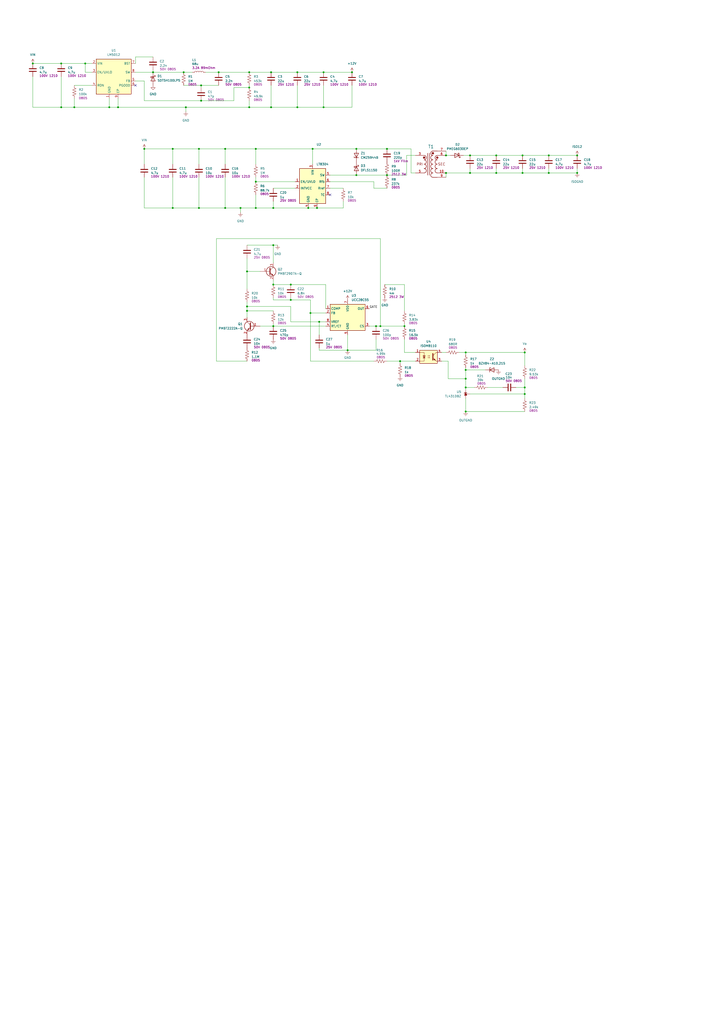
<source format=kicad_sch>
(kicad_sch (version 20231120) (generator "eeschema") (generator_version "8.0")
  (paper "A2" portrait)
  (lib_symbols
    (symbol "Device:C" (pin_numbers hide) (pin_names (offset 0.254))
      (property "Reference" "C" (at 0.635 2.54 0))
      (property "Value" "C" (at 0.635 -2.54 0))
      (symbol "C_1_1"
        (pin passive line (at 0 3.81 270) (length 2.794) (name "~") (number "1"))
        (pin passive line (at 0 -3.81 90) (length 2.794) (name "~") (number "2"))
      )
    )
    (symbol "Device:L" (pin_numbers hide) (pin_names (offset 1.016) hide)
      (property "Reference" "L" (at -1.27 0 90))
      (property "Value" "L" (at 1.905 0 90))
      (symbol "L_1_1"
        (pin passive line (at 0 3.81 270) (length 1.27) (name "1") (number "1"))
        (pin passive line (at 0 -3.81 90) (length 1.27) (name "2") (number "2"))
      )
    )
    (symbol "Device:R_US" (pin_numbers hide) (pin_names (offset 0))
      (property "Reference" "R" (at 2.54 0 90))
      (property "Value" "R_US" (at -2.54 0 90))
      (symbol "R_US_1_1"
        (pin passive line (at 0 3.81 270) (length 1.27) (name "~") (number "1"))
        (pin passive line (at 0 -3.81 90) (length 1.27) (name "~") (number "2"))
      )
    )
    (symbol "Diode:PMEG6030EP" (pin_numbers hide) (pin_names hide)
      (property "Reference" "D" (at 0 2.54 0))
      (property "Value" "PMEG6030EP" (at 0 -2.54 0))
      (symbol "PMEG6030EP_1_1"
        (pin passive line (at -3.81 0 0) (length 2.54) (name "K") (number "1"))
        (pin passive line (at 3.81 0 180) (length 2.54) (name "A") (number "2"))
      )
    )
    (symbol "Reference_Voltage:TL431DBZ" (pin_numbers hide) (pin_names hide)
      (property "Reference" "U" (at -2.54 2.54 0))
      (property "Value" "TL431DBZ" (at 0 -2.54 0))
      (symbol "TL431DBZ_1_1"
        (pin passive line (at 2.54 0 180) (length 2.54) (name "K") (number "1"))
        (pin passive line (at 0 2.54 270) (length 2.54) (name "REF") (number "2"))
        (pin passive line (at -2.54 0 0) (length 2.54) (name "A") (number "3"))
      )
    )
    (symbol "power:+12V" (power) (pin_numbers hide) (pin_names (offset 0) hide)
      (property "Value" "+12V" (at 0 3.556 0))
      (symbol "+12V_1_1"
        (pin power_in line (at 0 0 90) (length 0) (name "~") (number "1"))
      )
    )
    (symbol "power:GND" (power) (pin_numbers hide) (pin_names (offset 0) hide)
      (property "Value" "GND" (at 0 -3.81 0))
      (symbol "GND_1_1"
        (pin power_in line (at 0 0 270) (length 0) (name "~") (number "1"))
      )
    )
    (symbol "power:GNDREF" (power) (pin_numbers hide) (pin_names (offset 0) hide)
      (property "Value" "GNDREF" (at 0 -3.81 0))
      (symbol "GNDREF_1_1"
        (pin power_in line (at 0 0 270) (length 0) (name "~") (number "1"))
      )
    )
    (symbol "power:VDC" (power) (pin_numbers hide) (pin_names (offset 0) hide)
      (property "Value" "VDC" (at 0 3.556 0))
      (symbol "VDC_1_1"
        (pin power_in line (at 0 0 90) (length 0) (name "~") (number "1"))
      )
    )
    (symbol "powerlabLibrary:750315126"
      (property "Reference" "T" (at 1.135 -16.002 0))
      (symbol "750315126_1_0"
        (text "PRI" (at 2.54 -5.08 0) (effects (font (size 1.4478 1.4478))))
        (text "SEC" (at 15.24 -5.08 0) (effects (font (size 1.4478 1.4478))))
        (pin passive line (at 17.78 -10.16 180) (length 5.08) (name "10") (number "10"))
        (pin passive line (at 0 0 0) (length 5.08) (name "3") (number "3"))
        (pin passive line (at 0 -10.16 0) (length 5.08) (name "5") (number "5"))
        (pin passive line (at 17.78 0 180) (length 5.08) (name "6") (number "6"))
        (pin passive line (at 17.78 2.54 180) (length 5.08) (name "7") (number "7"))
        (pin passive line (at 17.78 -12.7 180) (length 5.08) (name "9") (number "9"))
      )
    )
    (symbol "powerlabLibrary:BZX84-A10,215" (pin_numbers hide) (pin_names hide)
      (property "Reference" "Z" (at 0 3.81 0))
      (property "Value" "BZX84-A10,215" (at 0 -3.81 0))
      (symbol "BZX84-A10,215_1_1"
        (pin passive line (at 3.81 0 180) (length 2.54) (name "A") (number "1"))
        (pin no_connect line (at 1.27 0 180) (length 2.54) hide (name "NC") (number "2"))
        (pin passive line (at -3.81 0 0) (length 2.54) (name "K") (number "3"))
      )
    )
    (symbol "powerlabLibrary:CMZ5944B" (pin_numbers hide) (pin_names (offset 1.016) hide)
      (property "Reference" "Z" (at 0 2.54 0))
      (property "Value" "CMZ5944B" (at 0 -2.54 0))
      (symbol "CMZ5944B_1_1"
        (pin passive line (at -3.81 0 0) (length 2.54) (name "K") (number "1"))
        (pin passive line (at 3.81 0 180) (length 2.54) (name "A") (number "2"))
      )
    )
    (symbol "powerlabLibrary:DFLS1150" (pin_numbers hide) (pin_names (offset 1.016) hide)
      (property "Reference" "D" (at 0 2.54 0))
      (property "Value" "DFLS1150" (at 0 -2.54 0))
      (symbol "DFLS1150_1_1"
        (pin passive line (at -3.81 0 0) (length 2.54) (name "K") (number "1"))
        (pin passive line (at 3.81 0 180) (length 2.54) (name "A") (number "2"))
      )
    )
    (symbol "powerlabLibrary:ISOM8110"
      (property "Reference" "U" (at -5.08 5.08 0))
      (property "Value" "ISOM8110" (at 0 5.08 0))
      (symbol "ISOM8110_1_1"
        (pin passive line (at -7.62 2.54 0) (length 2.54) (name "~") (number "1"))
        (pin passive line (at -7.62 -2.54 0) (length 2.54) (name "~") (number "2"))
        (pin passive line (at 7.62 -2.54 180) (length 2.54) (name "~") (number "3"))
        (pin passive line (at 7.62 2.54 180) (length 2.54) (name "~") (number "4"))
      )
    )
    (symbol "powerlabLibrary:LM5012"
      (property "Reference" "U" (at -8.89 11.43 0))
      (property "Value" "LM5012" (at 5.08 11.43 0))
      (symbol "LM5012_1_1"
        (pin power_in line (at -2.54 -12.7 90) (length 2.54) (name "GND") (number "1"))
        (pin power_in line (at -12.7 7.62 0) (length 2.54) (name "VIN") (number "2"))
        (pin input line (at -12.7 2.54 0) (length 2.54) (name "EN/UVLO") (number "3"))
        (pin passive line (at -12.7 -5.08 0) (length 2.54) (name "RON") (number "4"))
        (pin input line (at 12.7 -2.54 180) (length 2.54) (name "FB") (number "5"))
        (pin open_collector line (at 12.7 -5.08 180) (length 2.54) (name "PGOOD") (number "6"))
        (pin passive line (at 12.7 7.62 180) (length 2.54) (name "BST") (number "7"))
        (pin power_out line (at 12.7 2.54 180) (length 2.54) (name "SW") (number "8"))
        (pin passive line (at 2.54 -12.7 90) (length 2.54) (name "EP") (number "9"))
      )
    )
    (symbol "powerlabLibrary:LT8304"
      (property "Reference" "U" (at -7.62 11.43 0))
      (property "Value" "LT8304" (at 7.62 11.43 0))
      (symbol "LT8304_1_1"
        (pin input line (at -10.16 2.54 0) (length 2.54) (name "EN/UVLO") (number "1"))
        (pin passive line (at -10.16 -1.27 0) (length 2.54) (name "INTVCC") (number "2"))
        (pin power_in line (at 0 12.7 270) (length 2.54) (name "VIN") (number "3"))
        (pin power_in line (at -2.54 -12.7 90) (length 2.54) (name "GND") (number "4"))
        (pin passive line (at 10.16 6.35 180) (length 2.54) (name "SW") (number "5"))
        (pin input line (at 10.16 2.54 180) (length 2.54) (name "Rfb") (number "6"))
        (pin input line (at 10.16 -1.27 180) (length 2.54) (name "Rref") (number "7"))
        (pin passive line (at 10.16 -5.08 180) (length 2.54) (name "TC") (number "8"))
        (pin power_in line (at 2.54 -12.7 90) (length 2.54) (name "EP") (number "9"))
      )
    )
    (symbol "powerlabLibrary:PMBT2222A-Q" (pin_names (offset 0) hide)
      (property "Reference" "Q" (at 5.08 1.27 0))
      (property "Value" "PMBT2222A-Q" (at 5.08 -1.27 0))
      (symbol "PMBT2222A-Q_1_1"
        (pin input line (at -5.08 0 0) (length 5.715) (name "B") (number "1"))
        (pin passive line (at 2.54 -5.08 90) (length 2.54) (name "E") (number "2"))
        (pin passive line (at 2.54 5.08 270) (length 2.54) (name "C") (number "3"))
      )
    )
    (symbol "powerlabLibrary:PMBT2907A-Q" (pin_names (offset 0) hide)
      (property "Reference" "Q" (at 5.08 1.27 0))
      (property "Value" "PMBT2907A-Q" (at 5.08 -1.27 0))
      (symbol "PMBT2907A-Q_1_1"
        (pin input line (at -5.08 0 0) (length 5.715) (name "B") (number "1"))
        (pin passive line (at 2.54 -5.08 90) (length 2.54) (name "E") (number "2"))
        (pin passive line (at 2.54 5.08 270) (length 2.54) (name "C") (number "3"))
      )
    )
    (symbol "powerlabLibrary:SDT5H100LP5" (pin_numbers hide) (pin_names (offset 1.016) hide)
      (property "Reference" "D" (at 0 2.54 0))
      (property "Value" "SDT5H100LP5" (at 0 -2.54 0))
      (symbol "SDT5H100LP5_1_1"
        (pin passive line (at -3.81 0 0) (length 2.54) (name "K") (number "1"))
        (pin passive line (at 3.81 0 180) (length 2.54) (name "A") (number "2"))
      )
    )
    (symbol "powerlabLibrary:UCC28C55"
      (property "Reference" "U" (at 3.81 11.43 0))
      (property "Value" "UCC28C55" (at 3.81 8.89 0))
      (symbol "UCC28C55_1_1"
        (pin passive line (at -12.7 5.08 0) (length 2.54) (name "COMP") (number "1"))
        (pin input line (at -12.7 2.54 0) (length 2.54) (name "FB") (number "2"))
        (pin input line (at 12.7 -5.08 180) (length 2.54) (name "CS") (number "3"))
        (pin passive line (at -12.7 -5.08 0) (length 2.54) (name "RT/CT") (number "4"))
        (pin power_in line (at 0 -10.16 90) (length 2.54) (name "GND") (number "5"))
        (pin output line (at 12.7 5.08 180) (length 2.54) (name "OUT") (number "6"))
        (pin power_in line (at 0 10.16 270) (length 2.54) (name "VDD") (number "7"))
        (pin power_in line (at -12.7 -2.54 0) (length 2.54) (name "VREF") (number "8"))
      )
    )
  )
  (junction (at 304.8 204.47))
  (junction (at 318.77 90.17))
  (junction (at 172.72 62.23))
  (junction (at 304.8 228.6))
  (junction (at 127 41.91))
  (junction (at 158.75 189.23))
  (junction (at 335.28 90.17))
  (junction (at 288.29 100.33))
  (junction (at 273.05 90.17))
  (junction (at 158.75 120.65))
  (junction (at 107.95 62.23))
  (junction (at 270.51 219.71))
  (junction (at 335.28 100.33))
  (junction (at 148.59 120.65))
  (junction (at 288.29 90.17))
  (junction (at 218.44 189.23))
  (junction (at 204.47 41.91))
  (junction (at 172.72 41.91))
  (junction (at 304.8 224.79))
  (junction (at 116.84 58.42))
  (junction (at 68.58 62.23))
  (junction (at 180.34 181.61))
  (junction (at 83.82 86.36))
  (junction (at 181.61 86.36))
  (junction (at 187.96 62.23))
  (junction (at 116.84 49.53))
  (junction (at 303.53 90.17))
  (junction (at 157.48 41.91))
  (junction (at 143.51 157.48))
  (junction (at 106.68 41.91))
  (junction (at 100.33 120.65))
  (junction (at 270.51 214.63))
  (junction (at 259.08 100.33))
  (junction (at 224.79 86.36))
  (junction (at 259.08 90.17))
  (junction (at 318.77 100.33))
  (junction (at 19.05 36.83))
  (junction (at 148.59 86.36))
  (junction (at 144.78 62.23))
  (junction (at 270.51 238.76))
  (junction (at 187.96 41.91))
  (junction (at 139.7 120.65))
  (junction (at 115.57 86.36))
  (junction (at 273.05 100.33))
  (junction (at 157.48 62.23))
  (junction (at 148.59 105.41))
  (junction (at 130.81 120.65))
  (junction (at 201.93 203.2))
  (junction (at 168.91 173.99))
  (junction (at 303.53 100.33))
  (junction (at 100.33 86.36))
  (junction (at 130.81 86.36))
  (junction (at 63.5 62.23))
  (junction (at 224.79 101.6))
  (junction (at 207.01 86.36))
  (junction (at 179.07 120.65))
  (junction (at 234.95 189.23))
  (junction (at 184.15 120.65))
  (junction (at 270.51 224.79))
  (junction (at 88.9 41.91))
  (junction (at 49.53 36.83))
  (junction (at 185.42 186.69))
  (junction (at 270.51 204.47))
  (junction (at 143.51 177.8))
  (junction (at 158.75 142.24))
  (junction (at 43.18 62.23))
  (junction (at 168.91 165.1))
  (junction (at 35.56 62.23))
  (junction (at 220.98 189.23))
  (junction (at 143.51 180.34))
  (junction (at 115.57 120.65))
  (junction (at 144.78 41.91))
  (junction (at 144.78 50.8))
  (junction (at 158.75 165.1))
  (junction (at 232.41 209.55))
  (junction (at 207.01 101.6))
  (junction (at 35.56 36.83))
  (no_connect (at 191.77 113.03))
  (no_connect (at 78.74 49.53))
  (wire (pts (xy 270.51 213.36) (xy 270.51 214.63)))
  (wire (pts (xy 270.51 204.47) (xy 266.7 204.47)))
  (wire (pts (xy 130.81 86.36) (xy 130.81 95.25)))
  (wire (pts (xy 88.9 40.64) (xy 88.9 41.91)))
  (wire (pts (xy 260.35 219.71) (xy 270.51 219.71)))
  (wire (pts (xy 270.51 238.76) (xy 270.51 231.14)))
  (wire (pts (xy 288.29 100.33) (xy 303.53 100.33)))
  (wire (pts (xy 270.51 204.47) (xy 304.8 204.47)))
  (wire (pts (xy 143.51 157.48) (xy 151.13 157.48)))
  (wire (pts (xy 185.42 186.69) (xy 168.91 186.69)))
  (wire (pts (xy 234.95 165.1) (xy 223.52 165.1)))
  (wire (pts (xy 83.82 46.99) (xy 83.82 58.42)))
  (wire (pts (xy 273.05 100.33) (xy 288.29 100.33)))
  (wire (pts (xy 119.38 41.91) (xy 127 41.91)))
  (wire (pts (xy 49.53 36.83) (xy 53.34 36.83)))
  (wire (pts (xy 158.75 173.99) (xy 158.75 172.72)))
  (wire (pts (xy 180.34 209.55) (xy 180.34 181.61)))
  (wire (pts (xy 19.05 62.23) (xy 35.56 62.23)))
  (wire (pts (xy 49.53 41.91) (xy 53.34 41.91)))
  (wire (pts (xy 143.51 177.8) (xy 143.51 180.34)))
  (wire (pts (xy 220.98 138.43) (xy 220.98 189.23)))
  (wire (pts (xy 144.78 58.42) (xy 144.78 62.23)))
  (wire (pts (xy 224.79 209.55) (xy 232.41 209.55)))
  (wire (pts (xy 303.53 100.33) (xy 318.77 100.33)))
  (wire (pts (xy 172.72 62.23) (xy 187.96 62.23)))
  (wire (pts (xy 181.61 86.36) (xy 207.01 86.36)))
  (wire (pts (xy 168.91 186.69) (xy 168.91 177.8)))
  (wire (pts (xy 158.75 142.24) (xy 143.51 142.24)))
  (wire (pts (xy 35.56 36.83) (xy 49.53 36.83)))
  (wire (pts (xy 273.05 97.79) (xy 273.05 100.33)))
  (wire (pts (xy 83.82 86.36) (xy 100.33 86.36)))
  (wire (pts (xy 144.78 50.8) (xy 135.89 50.8)))
  (wire (pts (xy 199.39 116.84) (xy 199.39 120.65)))
  (wire (pts (xy 189.23 165.1) (xy 168.91 165.1)))
  (wire (pts (xy 158.75 116.84) (xy 158.75 120.65)))
  (wire (pts (xy 189.23 179.07) (xy 189.23 165.1)))
  (wire (pts (xy 43.18 49.53) (xy 53.34 49.53)))
  (wire (pts (xy 107.95 62.23) (xy 144.78 62.23)))
  (wire (pts (xy 187.96 62.23) (xy 204.47 62.23)))
  (wire (pts (xy 35.56 62.23) (xy 43.18 62.23)))
  (wire (pts (xy 270.51 205.74) (xy 270.51 204.47)))
  (wire (pts (xy 43.18 57.15) (xy 43.18 62.23)))
  (wire (pts (xy 130.81 120.65) (xy 139.7 120.65)))
  (wire (pts (xy 232.41 209.55) (xy 232.41 210.82)))
  (wire (pts (xy 78.74 46.99) (xy 83.82 46.99)))
  (wire (pts (xy 139.7 120.65) (xy 148.59 120.65)))
  (wire (pts (xy 143.51 157.48) (xy 143.51 167.64)))
  (wire (pts (xy 187.96 49.53) (xy 187.96 62.23)))
  (wire (pts (xy 148.59 113.03) (xy 148.59 120.65)))
  (wire (pts (xy 135.89 58.42) (xy 116.84 58.42)))
  (wire (pts (xy 83.82 86.36) (xy 83.82 95.25)))
  (wire (pts (xy 158.75 162.56) (xy 158.75 165.1)))
  (wire (pts (xy 148.59 86.36) (xy 181.61 86.36)))
  (wire (pts (xy 143.51 175.26) (xy 143.51 177.8)))
  (wire (pts (xy 158.75 189.23) (xy 189.23 189.23)))
  (wire (pts (xy 125.73 209.55) (xy 125.73 138.43)))
  (wire (pts (xy 288.29 90.17) (xy 303.53 90.17)))
  (wire (pts (xy 187.96 41.91) (xy 204.47 41.91)))
  (wire (pts (xy 172.72 49.53) (xy 172.72 62.23)))
  (wire (pts (xy 189.23 186.69) (xy 185.42 186.69)))
  (wire (pts (xy 224.79 109.22) (xy 217.17 109.22)))
  (wire (pts (xy 259.08 100.33) (xy 273.05 100.33)))
  (wire (pts (xy 260.35 209.55) (xy 260.35 219.71)))
  (wire (pts (xy 234.95 196.85) (xy 234.95 204.47)))
  (wire (pts (xy 107.95 62.23) (xy 107.95 64.77)))
  (wire (pts (xy 125.73 138.43) (xy 220.98 138.43)))
  (wire (pts (xy 191.77 101.6) (xy 207.01 101.6)))
  (wire (pts (xy 185.42 203.2) (xy 201.93 203.2)))
  (wire (pts (xy 100.33 120.65) (xy 115.57 120.65)))
  (wire (pts (xy 256.54 204.47) (xy 259.08 204.47)))
  (wire (pts (xy 157.48 41.91) (xy 172.72 41.91)))
  (wire (pts (xy 220.98 189.23) (xy 234.95 189.23)))
  (wire (pts (xy 283.21 224.79) (xy 292.1 224.79)))
  (wire (pts (xy 273.05 228.6) (xy 304.8 228.6)))
  (wire (pts (xy 168.91 173.99) (xy 158.75 173.99)))
  (wire (pts (xy 100.33 120.65) (xy 83.82 120.65)))
  (wire (pts (xy 135.89 50.8) (xy 135.89 58.42)))
  (wire (pts (xy 299.72 224.79) (xy 304.8 224.79)))
  (wire (pts (xy 115.57 86.36) (xy 130.81 86.36)))
  (wire (pts (xy 224.79 86.36) (xy 238.76 86.36)))
  (wire (pts (xy 139.7 123.19) (xy 139.7 120.65)))
  (wire (pts (xy 303.53 90.17) (xy 318.77 90.17)))
  (wire (pts (xy 270.51 224.79) (xy 275.59 224.79)))
  (wire (pts (xy 201.93 194.31) (xy 201.93 203.2)))
  (wire (pts (xy 218.44 189.23) (xy 220.98 189.23)))
  (wire (pts (xy 157.48 62.23) (xy 172.72 62.23)))
  (wire (pts (xy 63.5 57.15) (xy 63.5 62.23)))
  (wire (pts (xy 158.75 187.96) (xy 158.75 189.23)))
  (wire (pts (xy 189.23 181.61) (xy 180.34 181.61)))
  (wire (pts (xy 207.01 101.6) (xy 224.79 101.6)))
  (wire (pts (xy 130.81 102.87) (xy 130.81 120.65)))
  (wire (pts (xy 269.24 90.17) (xy 273.05 90.17)))
  (wire (pts (xy 234.95 204.47) (xy 241.3 204.47)))
  (wire (pts (xy 180.34 181.61) (xy 180.34 173.99)))
  (wire (pts (xy 35.56 44.45) (xy 35.56 62.23)))
  (wire (pts (xy 158.75 142.24) (xy 161.29 142.24)))
  (wire (pts (xy 259.08 90.17) (xy 261.62 90.17)))
  (wire (pts (xy 19.05 36.83) (xy 35.56 36.83)))
  (wire (pts (xy 270.51 214.63) (xy 270.51 219.71)))
  (wire (pts (xy 303.53 97.79) (xy 303.53 100.33)))
  (wire (pts (xy 106.68 41.91) (xy 111.76 41.91)))
  (wire (pts (xy 148.59 120.65) (xy 158.75 120.65)))
  (wire (pts (xy 151.13 189.23) (xy 158.75 189.23)))
  (wire (pts (xy 168.91 177.8) (xy 143.51 177.8)))
  (wire (pts (xy 318.77 100.33) (xy 335.28 100.33)))
  (wire (pts (xy 78.74 33.02) (xy 88.9 33.02)))
  (wire (pts (xy 88.9 41.91) (xy 106.68 41.91)))
  (wire (pts (xy 78.74 36.83) (xy 78.74 33.02)))
  (wire (pts (xy 304.8 228.6) (xy 304.8 231.14)))
  (wire (pts (xy 270.51 224.79) (xy 270.51 226.06)))
  (wire (pts (xy 168.91 173.99) (xy 168.91 172.72)))
  (wire (pts (xy 115.57 86.36) (xy 115.57 95.25)))
  (wire (pts (xy 335.28 97.79) (xy 335.28 100.33)))
  (wire (pts (xy 181.61 86.36) (xy 181.61 95.25)))
  (wire (pts (xy 241.3 100.33) (xy 238.76 100.33)))
  (wire (pts (xy 144.78 49.53) (xy 144.78 50.8)))
  (wire (pts (xy 241.3 90.17) (xy 236.22 90.17)))
  (wire (pts (xy 143.51 180.34) (xy 143.51 184.15)))
  (wire (pts (xy 107.95 62.23) (xy 68.58 62.23)))
  (wire (pts (xy 78.74 41.91) (xy 88.9 41.91)))
  (wire (pts (xy 158.75 120.65) (xy 179.07 120.65)))
  (wire (pts (xy 148.59 105.41) (xy 171.45 105.41)))
  (wire (pts (xy 148.59 86.36) (xy 148.59 95.25)))
  (wire (pts (xy 273.05 90.17) (xy 288.29 90.17)))
  (wire (pts (xy 256.54 209.55) (xy 260.35 209.55)))
  (wire (pts (xy 304.8 224.79) (xy 304.8 228.6)))
  (wire (pts (xy 217.17 109.22) (xy 217.17 105.41)))
  (wire (pts (xy 116.84 49.53) (xy 116.84 50.8)))
  (wire (pts (xy 127 41.91) (xy 144.78 41.91)))
  (wire (pts (xy 158.75 180.34) (xy 143.51 180.34)))
  (wire (pts (xy 270.51 238.76) (xy 304.8 238.76)))
  (wire (pts (xy 157.48 49.53) (xy 157.48 62.23)))
  (wire (pts (xy 143.51 149.86) (xy 143.51 157.48)))
  (wire (pts (xy 207.01 86.36) (xy 224.79 86.36)))
  (wire (pts (xy 143.51 209.55) (xy 125.73 209.55)))
  (wire (pts (xy 214.63 189.23) (xy 218.44 189.23)))
  (wire (pts (xy 83.82 102.87) (xy 83.82 120.65)))
  (wire (pts (xy 318.77 90.17) (xy 335.28 90.17)))
  (wire (pts (xy 180.34 173.99) (xy 168.91 173.99)))
  (wire (pts (xy 191.77 105.41) (xy 217.17 105.41)))
  (wire (pts (xy 259.08 87.63) (xy 259.08 90.17)))
  (wire (pts (xy 270.51 214.63) (xy 281.94 214.63)))
  (wire (pts (xy 116.84 49.53) (xy 127 49.53)))
  (wire (pts (xy 288.29 97.79) (xy 288.29 100.33)))
  (wire (pts (xy 168.91 165.1) (xy 158.75 165.1)))
  (wire (pts (xy 130.81 86.36) (xy 148.59 86.36)))
  (wire (pts (xy 224.79 101.6) (xy 236.22 101.6)))
  (wire (pts (xy 172.72 41.91) (xy 187.96 41.91)))
  (wire (pts (xy 318.77 97.79) (xy 318.77 100.33)))
  (wire (pts (xy 115.57 120.65) (xy 130.81 120.65)))
  (wire (pts (xy 100.33 86.36) (xy 115.57 86.36)))
  (wire (pts (xy 304.8 219.71) (xy 304.8 224.79)))
  (wire (pts (xy 234.95 187.96) (xy 234.95 189.23)))
  (wire (pts (xy 304.8 204.47) (xy 304.8 212.09)))
  (wire (pts (xy 49.53 41.91) (xy 49.53 36.83)))
  (wire (pts (xy 144.78 62.23) (xy 157.48 62.23)))
  (wire (pts (xy 116.84 49.53) (xy 106.68 49.53)))
  (wire (pts (xy 259.08 100.33) (xy 259.08 102.87)))
  (wire (pts (xy 236.22 90.17) (xy 236.22 101.6)))
  (wire (pts (xy 204.47 49.53) (xy 204.47 62.23)))
  (wire (pts (xy 63.5 62.23) (xy 68.58 62.23)))
  (wire (pts (xy 199.39 120.65) (xy 184.15 120.65)))
  (wire (pts (xy 218.44 196.85) (xy 218.44 203.2)))
  (wire (pts (xy 19.05 44.45) (xy 19.05 62.23)))
  (wire (pts (xy 238.76 100.33) (xy 238.76 86.36)))
  (wire (pts (xy 43.18 62.23) (xy 63.5 62.23)))
  (wire (pts (xy 234.95 180.34) (xy 234.95 165.1)))
  (wire (pts (xy 191.77 109.22) (xy 199.39 109.22)))
  (wire (pts (xy 217.17 209.55) (xy 180.34 209.55)))
  (wire (pts (xy 100.33 86.36) (xy 100.33 95.25)))
  (wire (pts (xy 144.78 41.91) (xy 157.48 41.91)))
  (wire (pts (xy 171.45 109.22) (xy 158.75 109.22)))
  (wire (pts (xy 185.42 186.69) (xy 185.42 194.31)))
  (wire (pts (xy 158.75 152.4) (xy 158.75 142.24)))
  (wire (pts (xy 218.44 203.2) (xy 201.93 203.2)))
  (wire (pts (xy 68.58 62.23) (xy 68.58 57.15)))
  (wire (pts (xy 184.15 120.65) (xy 179.07 120.65)))
  (wire (pts (xy 100.33 102.87) (xy 100.33 120.65)))
  (wire (pts (xy 232.41 209.55) (xy 241.3 209.55)))
  (wire (pts (xy 83.82 58.42) (xy 116.84 58.42)))
  (wire (pts (xy 185.42 201.93) (xy 185.42 203.2)))
  (wire (pts (xy 148.59 102.87) (xy 148.59 105.41)))
  (wire (pts (xy 270.51 219.71) (xy 270.51 224.79)))
  (wire (pts (xy 115.57 102.87) (xy 115.57 120.65)))
  (label "GATE" (at 214.63 179.07 0))
  (symbol (lib_id "powerlabLibrary:SDT5H100LP5") (at 88.9 45.72 270) (unit 1)
    (property "Reference" "D1" (at 91.44 44.1324 90) (effects (justify left)))
    (property "Value" "SDT5H100LP5" (at 91.44 46.6724 90) (effects (justify left)))
    (property "Footprint" "Diode_SMD:D_PowerDI-5" (effects (hide yes)))
    (property "Datasheet" "https://www.diodes.com/assets/Datasheets/SDT5H100LP5.pdf" (effects (hide yes)))
    (property "Description" "100V 5A TRENCH SCHOTTKY BARRIER RECTIFIER POWERDI-5" (effects (hide yes)))
  )
  (symbol (lib_id "Device:C") (at 187.96 45.72 0) (unit 1)
    (property "Reference" "C4" (at 191.77 44.4499 0) (effects (justify left)))
    (property "Value" "4.7u" (at 191.77 46.9899 0) (effects (justify left)))
    (property "Footprint" "Capacitor_SMD:C_1210_3225Metric_Pad1.33x2.70mm_HandSolder" (effects (hide yes)))
    (property "Datasheet" "https://weblib.samsungsem.com/mlcc/mlcc-ec-data-sheet.do?partNumber=CL32Y226KAVVPN" (effects (hide yes)))
    (property "Description" "100V 1210" (at 197.104 49.022 0))
  )
  (symbol (lib_id "Device:C") (at 204.47 45.72 0) (unit 1)
    (property "Reference" "C7" (at 208.28 44.4499 0) (effects (justify left)))
    (property "Value" "4.7u" (at 208.28 46.9899 0) (effects (justify left)))
    (property "Footprint" "Capacitor_SMD:C_1210_3225Metric_Pad1.33x2.70mm_HandSolder" (effects (hide yes)))
    (property "Datasheet" "https://weblib.samsungsem.com/mlcc/mlcc-ec-data-sheet.do?partNumber=CL32Y226KAVVPN" (effects (hide yes)))
    (property "Description" "100V 1210" (at 213.614 49.022 0))
  )
  (symbol (lib_id "Device:R_US") (at 223.52 168.91 0) (unit 1)
    (property "Reference" "R10" (at 226.06 167.6399 0) (effects (justify left)))
    (property "Value" "4m" (at 226.06 170.1799 0) (effects (justify left)))
    (property "Footprint" "Resistor_SMD:R_2512_6332Metric_Pad1.40x3.35mm_HandSolder" (effects (hide yes)))
    (property "Description" "2512 3W" (at 230.378 172.212 0))
  )
  (symbol (lib_id "Device:R_US") (at 143.51 205.74 0) (unit 1)
    (property "Reference" "R12" (at 146.05 204.4699 0) (effects (justify left)))
    (property "Value" "1.1M" (at 146.05 207.0099 0) (effects (justify left)))
    (property "Footprint" "Resistor_SMD:R_0805_2012Metric_Pad1.20x1.40mm_HandSolder" (effects (hide yes)))
    (property "Description" "0805" (at 148.59 209.042 0))
  )
  (symbol (lib_id "power:GNDREF") (at 201.93 203.2 0) (unit 1)
    (property "Reference" "#PWR011" (effects (hide yes)))
    (property "Value" "GND" (at 201.93 207.518 0))
    (property "Description" "Power symbol creates a global label with name \"GNDREF\" , reference supply ground" (effects (hide yes)))
  )
  (symbol (lib_id "Device:R_US") (at 224.79 105.41 0) (unit 1)
    (property "Reference" "R8" (at 227.33 104.1399 0) (effects (justify left)))
    (property "Value" "237k" (at 227.33 106.6799 0) (effects (justify left)))
    (property "Footprint" "Resistor_SMD:R_0805_2012Metric_Pad1.20x1.40mm_HandSolder" (effects (hide yes)))
    (property "Description" "0805" (at 229.87 108.712 0))
  )
  (symbol (lib_id "Device:C") (at 127 45.72 0) (unit 1)
    (property "Reference" "C5" (at 130.81 44.4499 0) (effects (justify left)))
    (property "Value" "2.2n" (at 130.81 46.9899 0) (effects (justify left)))
    (property "Footprint" "Capacitor_SMD:C_0805_2012Metric_Pad1.18x1.45mm_HandSolder" (effects (hide yes)))
    (property "Description" "50V 0805" (at 135.636 49.022 0))
  )
  (symbol (lib_id "Device:C") (at 295.91 224.79 90) (unit 1)
    (property "Reference" "C23" (at 297.434 216.916 90) (effects (justify left)))
    (property "Value" "10n" (at 297.434 218.9479 90) (effects (justify left)))
    (property "Footprint" "Capacitor_SMD:C_0805_2012Metric_Pad1.18x1.45mm_HandSolder" (effects (hide yes)))
    (property "Description" "50V 0805" (at 298.45 220.98 90))
  )
  (symbol (lib_id "power:GNDREF") (at 161.29 142.24 0) (unit 1)
    (property "Reference" "#PWR012" (effects (hide yes)))
    (property "Value" "GND" (at 161.29 147.32 0))
    (property "Description" "Power symbol creates a global label with name \"GNDREF\" , reference supply ground" (effects (hide yes)))
  )
  (symbol (lib_id "powerlabLibrary:BZX84-A10,215") (at 285.75 214.63 0) (unit 1)
    (property "Reference" "Z2" (at 285.75 208.28 0))
    (property "Value" "BZX84-A10,215" (at 285.75 210.82 0))
    (property "Footprint" "Package_TO_SOT_SMD:SOT-23_Handsoldering" (effects (hide yes)))
    (property "Datasheet" "https://assets.nexperia.com/documents/data-sheet/BZX84_SER.pdf" (effects (hide yes)))
    (property "Description" "10V 250mW Zener Diode, SOT-23" (effects (hide yes)))
  )
  (symbol (lib_id "Device:C") (at 218.44 193.04 0) (unit 1)
    (property "Reference" "C26" (at 222.25 191.7699 0) (effects (justify left)))
    (property "Value" "100p" (at 222.25 194.3099 0) (effects (justify left)))
    (property "Footprint" "Capacitor_SMD:C_0805_2012Metric_Pad1.18x1.45mm_HandSolder" (effects (hide yes)))
    (property "Description" "50V 0805" (at 227.076 196.342 0))
  )
  (symbol (lib_id "Device:C") (at 273.05 93.98 0) (unit 1)
    (property "Reference" "C13" (at 276.86 92.7099 0) (effects (justify left)))
    (property "Value" "22u" (at 276.86 95.2499 0) (effects (justify left)))
    (property "Footprint" "Capacitor_SMD:C_1210_3225Metric_Pad1.33x2.70mm_HandSolder" (effects (hide yes)))
    (property "Datasheet" "https://weblib.samsungsem.com/mlcc/mlcc-ec-data-sheet.do?partNumber=CL32Y226KAVVPN" (effects (hide yes)))
    (property "Description" "25V 1210" (at 281.686 97.282 0))
  )
  (symbol (lib_id "Device:R_US") (at 232.41 214.63 0) (unit 1)
    (property "Reference" "R18" (at 234.95 213.3599 0) (effects (justify left)))
    (property "Value" "1k" (at 234.95 215.8999 0) (effects (justify left)))
    (property "Footprint" "Resistor_SMD:R_0805_2012Metric_Pad1.20x1.40mm_HandSolder" (effects (hide yes)))
    (property "Description" "0805" (at 237.49 217.932 0))
  )
  (symbol (lib_id "power:VDC") (at 83.82 86.36 0) (unit 1)
    (property "Reference" "#PWR07" (effects (hide yes)))
    (property "Value" "VIN" (at 83.82 81.28 0))
    (property "Description" "Power symbol creates a global label with name \"VDC\"" (effects (hide yes)))
  )
  (symbol (lib_id "Device:C") (at 157.48 45.72 0) (unit 1)
    (property "Reference" "C3" (at 161.29 44.4499 0) (effects (justify left)))
    (property "Value" "22u" (at 161.29 46.9899 0) (effects (justify left)))
    (property "Footprint" "Capacitor_SMD:C_1210_3225Metric_Pad1.33x2.70mm_HandSolder" (effects (hide yes)))
    (property "Datasheet" "https://weblib.samsungsem.com/mlcc/mlcc-ec-data-sheet.do?partNumber=CL32Y226KAVVPN" (effects (hide yes)))
    (property "Description" "25V 1210" (at 166.116 49.022 0))
  )
  (symbol (lib_id "Device:R_US") (at 262.89 204.47 90) (unit 1)
    (property "Reference" "R19" (at 264.668 197.104 90) (effects (justify left)))
    (property "Value" "680R" (at 265.684 199.644 90) (effects (justify left)))
    (property "Footprint" "Resistor_SMD:R_0805_2012Metric_Pad1.20x1.40mm_HandSolder" (effects (hide yes)))
    (property "Description" "0805" (at 263.144 201.676 90))
  )
  (symbol (lib_id "Device:R_US") (at 158.75 184.15 0) (unit 1)
    (property "Reference" "R13" (at 161.29 182.8799 0) (effects (justify left)))
    (property "Value" "12k" (at 161.29 185.4199 0) (effects (justify left)))
    (property "Footprint" "Resistor_SMD:R_0805_2012Metric_Pad1.20x1.40mm_HandSolder" (effects (hide yes)))
    (property "Description" "0805" (at 163.83 187.452 0))
  )
  (symbol (lib_id "Device:C") (at 88.9 36.83 0) (unit 1)
    (property "Reference" "C2" (at 92.71 35.5599 0) (effects (justify left)))
    (property "Value" "2.2n" (at 92.71 38.0999 0) (effects (justify left)))
    (property "Footprint" "Capacitor_SMD:C_0805_2012Metric_Pad1.18x1.45mm_HandSolder" (effects (hide yes)))
    (property "Description" "50V 0805" (at 97.536 40.132 0))
  )
  (symbol (lib_id "Device:C") (at 83.82 99.06 0) (unit 1)
    (property "Reference" "C12" (at 87.63 97.7899 0) (effects (justify left)))
    (property "Value" "4.7u" (at 87.63 100.3299 0) (effects (justify left)))
    (property "Footprint" "Capacitor_SMD:C_1210_3225Metric_Pad1.33x2.70mm_HandSolder" (effects (hide yes)))
    (property "Datasheet" "https://weblib.samsungsem.com/mlcc/mlcc-ec-data-sheet.do?partNumber=CL32Y226KAVVPN" (effects (hide yes)))
    (property "Description" "100V 1210" (at 92.964 102.362 0))
  )
  (symbol (lib_id "Device:C") (at 168.91 168.91 0) (unit 1)
    (property "Reference" "C22" (at 172.72 167.6399 0) (effects (justify left)))
    (property "Value" "6.8n" (at 172.72 170.1799 0) (effects (justify left)))
    (property "Footprint" "Capacitor_SMD:C_0805_2012Metric_Pad1.18x1.45mm_HandSolder" (effects (hide yes)))
    (property "Description" "50V 0805" (at 177.546 172.212 0))
  )
  (symbol (lib_id "Device:R_US") (at 199.39 113.03 0) (unit 1)
    (property "Reference" "R7" (at 201.93 111.7599 0) (effects (justify left)))
    (property "Value" "10k" (at 201.93 114.2999 0) (effects (justify left)))
    (property "Footprint" "Resistor_SMD:R_0805_2012Metric_Pad1.20x1.40mm_HandSolder" (effects (hide yes)))
    (property "Description" "0805" (at 204.47 116.332 0))
  )
  (symbol (lib_id "powerlabLibrary:PMBT2907A-Q") (at 156.21 157.48 0) (unit 1)
    (property "Reference" "Q2" (at 161.29 156.2099 0) (effects (justify left)))
    (property "Value" "PMBT2907A-Q" (at 161.29 158.7499 0) (effects (justify left)))
    (property "Footprint" "Package_TO_SOT_SMD:SOT-23_Handsoldering" (effects (hide yes)))
    (property "Datasheet" "https://assets.nexperia.com/documents/data-sheet/PMBT2907A-Q.pdf" (effects (hide yes)))
    (property "Description" "PNP transistor, 2907" (effects (hide yes)))
  )
  (symbol (lib_id "Device:C") (at 143.51 198.12 0) (unit 1)
    (property "Reference" "C24" (at 147.32 196.8499 0) (effects (justify left)))
    (property "Value" "10n" (at 147.32 199.3899 0) (effects (justify left)))
    (property "Footprint" "Capacitor_SMD:C_0805_2012Metric_Pad1.18x1.45mm_HandSolder" (effects (hide yes)))
    (property "Description" "50V 0805" (at 152.146 201.422 0))
  )
  (symbol (lib_id "power:GND") (at 88.9 49.53 0) (unit 1)
    (property "Reference" "#PWR03" (effects (hide yes)))
    (property "Value" "GND" (at 88.9 54.61 0))
    (property "Description" "Power symbol creates a global label with name \"GND\" , ground" (effects (hide yes)))
  )
  (symbol (lib_id "powerlabLibrary:750315126") (at 241.3 90.17 0) (unit 1)
    (property "Reference" "T1" (at 250.3279 85.09 0) (effects (font (size 1.8288 1.8288))))
    (property "Value" "Vi = 36-72V, Vo = 12V / 1.25A" (effects (hide yes)))
    (property "Footprint" "WE-FLYLT_EP13_L13.46W17.75H12.70" (effects (hide yes)))
    (property "Datasheet" "https://www.we-online.com/components/products/datasheet/750315126.pdf" (effects (hide yes)))
    (property "Description" "WE-FLYLT Flyback Transformers for Linear Technology, SMT, EP13, Ui = 36-72V, Uo = 12V / 1.25A" (effects (hide yes)))
    (property "Manufacturer Part Number" "750315126" (effects (hide yes)))
    (property "Category" "Transformers For DC-DC Converter" (effects (hide yes)))
    (property "Match Code" "WE-FLYLT" (effects (hide yes)))
    (property "ComponentLink1Description" "Website Link" (effects (hide yes)))
    (property "ComponentLink1URL" "https://www.we-online.com/redexpert/article/750315126?ad" (effects (hide yes)))
    (property "ComponentLink2Description" "Datasheet Link" (effects (hide yes)))
    (property "ComponentLink2URL" "https://www.we-online.com/redexpert/spec/750315126?ad" (effects (hide yes)))
    (property "Manufacturer" "Wurth Elektronik" (effects (hide yes)))
    (property "Mount" "Surface Mount" (effects (hide yes)))
    (property "Operating Temperature Max" "125°C" (effects (hide yes)))
    (property "Operating Temperature Min" "-40°C" (effects (hide yes)))
    (property "Packaging" "Tape and Reel" (effects (hide yes)))
    (property "Case/Size Code" "EP13" (effects (hide yes)))
    (property "Length" "13.46mm" (effects (hide yes)))
    (property "Width" "17.75mm" (effects (hide yes)))
    (property "Height" "12.7mm" (effects (hide yes)))
    (property "IC Reference" "LT8304" (effects (hide yes)))
    (property "Inductance" "40µH" (effects (hide yes)))
    (property "Input Voltage" "36-72VDC" (effects (hide yes)))
    (property "Insulation Test Voltage" "1500VDC" (effects (hide yes)))
    (property "Leakage Inductance" "1µH" (effects (hide yes)))
    (property "Output Current 1" "1.25A" (effects (hide yes)))
    (property "Output Voltage 1" "12V" (effects (hide yes)))
    (property "Saturation Current" "3.8A" (effects (hide yes)))
    (property "Turns Ratio" "2:1" (effects (hide yes)))
  )
  (symbol (lib_id "powerlabLibrary:PMBT2222A-Q") (at 146.05 189.23 0) (mirror y) (unit 1)
    (property "Reference" "Q1" (at 140.97 187.9599 0) (effects (justify left)))
    (property "Value" "PMBT2222A-Q" (at 140.97 190.4999 0) (effects (justify left)))
    (property "Footprint" "Package_TO_SOT_SMD:SOT-23_Handsoldering" (effects (hide yes)))
    (property "Datasheet" "https://assets.nexperia.com/documents/data-sheet/PMBT2222A-Q.pdf" (effects (hide yes)))
    (property "Description" "NPN transistor, 2222" (effects (hide yes)))
  )
  (symbol (lib_id "Device:R_US") (at 270.51 209.55 0) (unit 1)
    (property "Reference" "R17" (at 273.05 208.2799 0) (effects (justify left)))
    (property "Value" "1k" (at 273.05 210.8199 0) (effects (justify left)))
    (property "Footprint" "Resistor_SMD:R_0805_2012Metric_Pad1.20x1.40mm_HandSolder" (effects (hide yes)))
    (property "Description" "0805" (at 275.59 212.852 0))
  )
  (symbol (lib_id "power:+12V") (at 204.47 41.91 0) (unit 1)
    (property "Reference" "#PWR05" (effects (hide yes)))
    (property "Value" "+12V" (at 204.47 36.83 0))
    (property "Description" "Power symbol creates a global label with name \"+12V\"" (effects (hide yes)))
  )
  (symbol (lib_id "Device:C") (at 224.79 90.17 0) (unit 1)
    (property "Reference" "C19" (at 228.6 88.8999 0) (effects (justify left)))
    (property "Value" "220p" (at 228.6 91.4399 0) (effects (justify left)))
    (property "Footprint" "Capacitor_THT:C_Rect_L10.0mm_W3.0mm_P7.50mm_MKS4" (effects (hide yes)))
    (property "Datasheet" "https://content.kemet.com/datasheets/KEM_F3034_R76.pdf" (effects (hide yes)))
    (property "Description" "1kV Film" (at 232.918 93.472 0))
  )
  (symbol (lib_id "Device:R_US") (at 43.18 53.34 0) (unit 1)
    (property "Reference" "R2" (at 45.72 52.0699 0) (effects (justify left)))
    (property "Value" "100k" (at 45.72 54.6099 0) (effects (justify left)))
    (property "Footprint" "Resistor_SMD:R_0805_2012Metric_Pad1.20x1.40mm_HandSolder" (effects (hide yes)))
    (property "Description" "0805" (at 48.26 56.896 0))
  )
  (symbol (lib_id "Device:C") (at 172.72 45.72 0) (unit 1)
    (property "Reference" "C6" (at 176.53 44.4499 0) (effects (justify left)))
    (property "Value" "22u" (at 176.53 46.9899 0) (effects (justify left)))
    (property "Footprint" "Capacitor_SMD:C_1210_3225Metric_Pad1.33x2.70mm_HandSolder" (effects (hide yes)))
    (property "Datasheet" "https://weblib.samsungsem.com/mlcc/mlcc-ec-data-sheet.do?partNumber=CL32Y226KAVVPN" (effects (hide yes)))
    (property "Description" "25V 1210" (at 181.356 49.022 0))
  )
  (symbol (lib_id "Device:R_US") (at 234.95 184.15 0) (unit 1)
    (property "Reference" "R14" (at 237.49 182.8799 0) (effects (justify left)))
    (property "Value" "3.83k" (at 237.49 185.4199 0) (effects (justify left)))
    (property "Footprint" "Resistor_SMD:R_0805_2012Metric_Pad1.20x1.40mm_HandSolder" (effects (hide yes)))
    (property "Description" "0805" (at 240.03 187.452 0))
  )
  (symbol (lib_id "Device:C") (at 115.57 99.06 0) (unit 1)
    (property "Reference" "C10" (at 119.38 97.7899 0) (effects (justify left)))
    (property "Value" "10u" (at 119.38 100.3299 0) (effects (justify left)))
    (property "Footprint" "Capacitor_SMD:C_1210_3225Metric_Pad1.33x2.70mm_HandSolder" (effects (hide yes)))
    (property "Datasheet" "https://mm.digikey.com/Volume0/opasdata/d220001/medias/docus/3611/CL32Y106KCVZNWE_Spec.pdf" (effects (hide yes)))
    (property "Description" "100V 1210" (at 124.714 102.362 0))
  )
  (symbol (lib_id "Device:C") (at 143.51 146.05 0) (unit 1)
    (property "Reference" "C21" (at 147.32 144.7799 0) (effects (justify left)))
    (property "Value" "4.7u" (at 147.32 147.3199 0) (effects (justify left)))
    (property "Footprint" "Capacitor_SMD:C_0805_2012Metric_Pad1.18x1.45mm_HandSolder" (effects (hide yes)))
    (property "Description" "25V 0805" (at 152.146 149.352 0))
  )
  (symbol (lib_id "power:GNDREF") (at 158.75 196.85 0) (unit 1)
    (property "Reference" "#PWR013" (effects (hide yes)))
    (property "Value" "GND" (at 158.75 201.93 0))
    (property "Description" "Power symbol creates a global label with name \"GNDREF\" , reference supply ground" (effects (hide yes)))
  )
  (symbol (lib_id "Device:C") (at 35.56 40.64 0) (unit 1)
    (property "Reference" "C9" (at 39.37 39.3699 0) (effects (justify left)))
    (property "Value" "4.7u" (at 39.37 41.9099 0) (effects (justify left)))
    (property "Footprint" "Capacitor_SMD:C_1210_3225Metric_Pad1.33x2.70mm_HandSolder" (effects (hide yes)))
    (property "Datasheet" "https://weblib.samsungsem.com/mlcc/mlcc-ec-data-sheet.do?partNumber=CL32Y226KAVVPN" (effects (hide yes)))
    (property "Description" "100V 1210" (at 44.704 43.942 0))
  )
  (symbol (lib_id "power:GNDREF") (at 139.7 123.19 0) (unit 1)
    (property "Reference" "#PWR08" (effects (hide yes)))
    (property "Value" "GND" (at 139.7 128.27 0))
    (property "Description" "Power symbol creates a global label with name \"GNDREF\" , reference supply ground" (effects (hide yes)))
  )
  (symbol (lib_id "Device:R_US") (at 144.78 54.61 0) (unit 1)
    (property "Reference" "R4" (at 147.32 53.3399 0) (effects (justify left)))
    (property "Value" "49.9k" (at 147.32 55.8799 0) (effects (justify left)))
    (property "Footprint" "Resistor_SMD:R_0805_2012Metric_Pad1.20x1.40mm_HandSolder" (effects (hide yes)))
    (property "Description" "0805" (at 149.86 57.912 0))
  )
  (symbol (lib_id "Device:R_US") (at 148.59 109.22 0) (unit 1)
    (property "Reference" "R6" (at 151.13 107.9499 0) (effects (justify left)))
    (property "Value" "88.7k" (at 151.13 110.4899 0) (effects (justify left)))
    (property "Footprint" "Resistor_SMD:R_0805_2012Metric_Pad1.20x1.40mm_HandSolder" (effects (hide yes)))
    (property "Description" "0805" (at 153.67 112.522 0))
  )
  (symbol (lib_id "Device:L") (at 115.57 41.91 90) (unit 1)
    (property "Reference" "L1" (at 114.046 34.798 90) (effects (justify left)))
    (property "Value" "68u" (at 115.316 37.084 90) (effects (justify left)))
    (property "Footprint" "Inductor_SMD:L_Coilcraft_MSS1210-XXX" (effects (hide yes)))
    (property "Description" "3.2A 89mOhm" (at 118.364 39.37 90))
  )
  (symbol (lib_id "power:GNDREF") (at 232.41 218.44 0) (unit 1)
    (property "Reference" "#PWR014" (effects (hide yes)))
    (property "Value" "GND" (at 232.41 223.52 0))
    (property "Description" "Power symbol creates a global label with name \"GNDREF\" , reference supply ground" (effects (hide yes)))
  )
  (symbol (lib_id "power:+12V") (at 201.93 173.99 0) (unit 1)
    (property "Reference" "#PWR010" (effects (hide yes)))
    (property "Value" "+12V" (at 201.93 168.91 0))
    (property "Description" "Power symbol creates a global label with name \"+12V\"" (effects (hide yes)))
  )
  (symbol (lib_id "Device:R_US") (at 279.4 224.79 90) (unit 1)
    (property "Reference" "R21" (at 280.924 218.186 90) (effects (justify left)))
    (property "Value" "39k" (at 280.924 220.472 90) (effects (justify left)))
    (property "Footprint" "Resistor_SMD:R_0805_2012Metric_Pad1.20x1.40mm_HandSolder" (effects (hide yes)))
    (property "Description" "0805" (at 279.654 222.504 90))
  )
  (symbol (lib_id "powerlabLibrary:UCC28C55") (at 201.93 184.15 0) (unit 1)
    (property "Reference" "U3" (at 204.1241 171.45 0) (effects (justify left)))
    (property "Value" "UCC28C55" (at 204.1241 173.99 0) (effects (justify left)))
    (property "Footprint" "Package_SO:VSSOP-8_3x3mm_P0.65mm" (effects (hide yes)))
    (property "Datasheet" "https://www.ti.com/lit/ds/symlink/ucc28c50.pdf" (effects (hide yes)))
    (property "Description" "Low-Power Current-Mode High-Performance PWM Controller, 150% Duty Cycle, 8.4V/7.6V UVLO, VSSOP-8" (effects (hide yes)))
  )
  (symbol (lib_id "Device:C") (at 185.42 198.12 0) (unit 1)
    (property "Reference" "C27" (at 189.23 196.8499 0) (effects (justify left)))
    (property "Value" "1u" (at 189.23 199.3899 0) (effects (justify left)))
    (property "Footprint" "Capacitor_SMD:C_0805_2012Metric_Pad1.18x1.45mm_HandSolder" (effects (hide yes)))
    (property "Description" "25V 0805" (at 194.056 201.422 0))
  )
  (symbol (lib_id "Device:R_US") (at 106.68 45.72 0) (unit 1)
    (property "Reference" "R1" (at 109.22 44.4499 0) (effects (justify left)))
    (property "Value" "1M" (at 109.22 46.9899 0) (effects (justify left)))
    (property "Footprint" "Resistor_SMD:R_0805_2012Metric_Pad1.20x1.40mm_HandSolder" (effects (hide yes)))
    (property "Description" "0805" (at 111.76 49.022 0))
  )
  (symbol (lib_id "power:GNDREF") (at 270.51 238.76 0) (unit 1)
    (property "Reference" "#PWR015" (effects (hide yes)))
    (property "Value" "OUTGND" (at 270.51 243.84 0))
    (property "Description" "Power symbol creates a global label with name \"GNDREF\" , reference supply ground" (effects (hide yes)))
  )
  (symbol (lib_id "Device:R_US") (at 148.59 99.06 0) (unit 1)
    (property "Reference" "R5" (at 151.13 97.7899 0) (effects (justify left)))
    (property "Value" "1M" (at 151.13 100.3299 0) (effects (justify left)))
    (property "Footprint" "Resistor_SMD:R_0805_2012Metric_Pad1.20x1.40mm_HandSolder" (effects (hide yes)))
    (property "Description" "0805" (at 153.67 102.362 0))
  )
  (symbol (lib_id "power:GNDREF") (at 335.28 100.33 0) (unit 1)
    (property "Reference" "#PWR01" (effects (hide yes)))
    (property "Value" "ISOGND" (at 335.28 105.41 0))
    (property "Description" "Power symbol creates a global label with name \"GNDREF\" , reference supply ground" (effects (hide yes)))
  )
  (symbol (lib_id "Device:R_US") (at 304.8 234.95 0) (unit 1)
    (property "Reference" "R23" (at 307.34 233.6799 0) (effects (justify left)))
    (property "Value" "2.49k" (at 307.34 236.2199 0) (effects (justify left)))
    (property "Footprint" "Resistor_SMD:R_0805_2012Metric_Pad1.20x1.40mm_HandSolder" (effects (hide yes)))
    (property "Description" "0805" (at 309.88 238.252 0))
  )
  (symbol (lib_id "power:VDC") (at 19.05 36.83 0) (unit 1)
    (property "Reference" "#PWR06" (effects (hide yes)))
    (property "Value" "VIN" (at 19.05 31.75 0))
    (property "Description" "Power symbol creates a global label with name \"VDC\"" (effects (hide yes)))
  )
  (symbol (lib_id "Device:R_US") (at 304.8 215.9 0) (unit 1)
    (property "Reference" "R22" (at 307.34 214.6299 0) (effects (justify left)))
    (property "Value" "9.53k" (at 307.34 217.1699 0) (effects (justify left)))
    (property "Footprint" "Resistor_SMD:R_0805_2012Metric_Pad1.20x1.40mm_HandSolder" (effects (hide yes)))
    (property "Description" "0805" (at 309.88 219.202 0))
  )
  (symbol (lib_id "Device:R_US") (at 234.95 193.04 0) (unit 1)
    (property "Reference" "R15" (at 237.49 191.7699 0) (effects (justify left)))
    (property "Value" "16.5k" (at 237.49 194.3099 0) (effects (justify left)))
    (property "Footprint" "Resistor_SMD:R_0805_2012Metric_Pad1.20x1.40mm_HandSolder" (effects (hide yes)))
    (property "Description" "0805" (at 240.03 196.342 0))
  )
  (symbol (lib_id "Device:C") (at 100.33 99.06 0) (unit 1)
    (property "Reference" "C11" (at 104.14 97.7899 0) (effects (justify left)))
    (property "Value" "4.7u" (at 104.14 100.3299 0) (effects (justify left)))
    (property "Footprint" "Capacitor_SMD:C_1210_3225Metric_Pad1.33x2.70mm_HandSolder" (effects (hide yes)))
    (property "Datasheet" "https://weblib.samsungsem.com/mlcc/mlcc-ec-data-sheet.do?partNumber=CL32Y226KAVVPN" (effects (hide yes)))
    (property "Description" "100V 1210" (at 109.474 102.362 0))
  )
  (symbol (lib_id "Device:C") (at 335.28 93.98 0) (unit 1)
    (property "Reference" "C18" (at 339.09 92.7099 0) (effects (justify left)))
    (property "Value" "4.7u" (at 339.09 95.2499 0) (effects (justify left)))
    (property "Footprint" "Capacitor_SMD:C_1210_3225Metric_Pad1.33x2.70mm_HandSolder" (effects (hide yes)))
    (property "Datasheet" "https://weblib.samsungsem.com/mlcc/mlcc-ec-data-sheet.do?partNumber=CL32Y226KAVVPN" (effects (hide yes)))
    (property "Description" "100V 1210" (at 344.424 97.282 0))
  )
  (symbol (lib_id "powerlabLibrary:LM5012") (at 66.04 44.45 0) (unit 1)
    (property "Reference" "U1" (at 66.04 29.21 0))
    (property "Value" "LM5012" (at 66.04 31.75 0))
    (property "Footprint" "Package_SO:HSOP-8-1EP_3.9x4.9mm_P1.27mm_EP2.41x3.1mm_ThermalVias" (effects (hide yes)))
    (property "Datasheet" "https://www.ti.com/lit/ds/symlink/lm5012.pdf" (effects (hide yes)))
    (property "Description" "100-V Input, 2.5-A Non-Synchronous Buck DC/DC Converter With Ultra-low IQ" (effects (hide yes)))
  )
  (symbol (lib_id "Device:R_US") (at 144.78 45.72 0) (unit 1)
    (property "Reference" "R3" (at 147.32 44.4499 0) (effects (justify left)))
    (property "Value" "453k" (at 147.32 46.9899 0) (effects (justify left)))
    (property "Footprint" "Resistor_SMD:R_0805_2012Metric_Pad1.20x1.40mm_HandSolder" (effects (hide yes)))
    (property "Description" "0805" (at 149.86 49.022 0))
  )
  (symbol (lib_id "power:GNDREF") (at 289.56 214.63 0) (unit 1)
    (property "Reference" "#PWR016" (effects (hide yes)))
    (property "Value" "OUTGND" (at 289.56 219.71 0))
    (property "Description" "Power symbol creates a global label with name \"GNDREF\" , reference supply ground" (effects (hide yes)))
  )
  (symbol (lib_id "Device:C") (at 130.81 99.06 0) (unit 1)
    (property "Reference" "C16" (at 134.62 97.7899 0) (effects (justify left)))
    (property "Value" "10u" (at 134.62 100.3299 0) (effects (justify left)))
    (property "Footprint" "Capacitor_SMD:C_1210_3225Metric_Pad1.33x2.70mm_HandSolder" (effects (hide yes)))
    (property "Datasheet" "https://mm.digikey.com/Volume0/opasdata/d220001/medias/docus/3611/CL32Y106KCVZNWE_Spec.pdf" (effects (hide yes)))
    (property "Description" "100V 1210" (at 139.954 102.362 0))
  )
  (symbol (lib_id "Device:C") (at 303.53 93.98 0) (unit 1)
    (property "Reference" "C15" (at 307.34 92.7099 0) (effects (justify left)))
    (property "Value" "22u" (at 307.34 95.2499 0) (effects (justify left)))
    (property "Footprint" "Capacitor_SMD:C_1210_3225Metric_Pad1.33x2.70mm_HandSolder" (effects (hide yes)))
    (property "Datasheet" "https://weblib.samsungsem.com/mlcc/mlcc-ec-data-sheet.do?partNumber=CL32Y226KAVVPN" (effects (hide yes)))
    (property "Description" "25V 1210" (at 312.166 97.282 0))
  )
  (symbol (lib_id "powerlabLibrary:CMZ5944B") (at 207.01 90.17 90) (unit 1)
    (property "Reference" "Z1" (at 209.55 88.8999 90) (effects (justify right)))
    (property "Value" "CMZ5944B" (at 209.55 91.4399 90) (effects (justify right)))
    (property "Footprint" "Diode_SMD:D_SMA_Handsoldering" (effects (hide yes)))
    (property "Datasheet" "https://my.centralsemi.com/datasheets/CMZ5921B.PDF" (effects (hide yes)))
    (property "Description" "1.5 W 62V Zener diode" (effects (hide yes)))
  )
  (symbol (lib_id "Reference_Voltage:TL431DBZ") (at 270.51 228.6 270) (mirror x) (unit 1)
    (property "Reference" "U5" (at 267.97 227.3299 90) (effects (justify right)))
    (property "Value" "TL431DBZ" (at 267.97 229.8699 90) (effects (justify right)))
    (property "Footprint" "Package_TO_SOT_SMD:SOT-23" (effects (hide yes)))
    (property "Datasheet" "http://www.ti.com/lit/ds/symlink/tl431.pdf" (effects (hide yes)))
    (property "Description" "Shunt Regulator, SOT-23" (effects (hide yes)))
  )
  (symbol (lib_id "power:+12V") (at 335.28 90.17 0) (unit 1)
    (property "Reference" "#PWR04" (effects (hide yes)))
    (property "Value" "ISO12" (at 335.28 85.09 0))
    (property "Description" "Power symbol creates a global label with name \"+12V\"" (effects (hide yes)))
  )
  (symbol (lib_id "Device:R_US") (at 224.79 97.79 0) (unit 1)
    (property "Reference" "R9" (at 227.33 96.5199 0) (effects (justify left)))
    (property "Value" "100R" (at 227.33 99.0599 0) (effects (justify left)))
    (property "Footprint" "Resistor_SMD:R_2512_6332Metric_Pad1.40x3.35mm_HandSolder" (effects (hide yes)))
    (property "Description" "2512 3W" (at 231.648 101.092 0))
  )
  (symbol (lib_id "Device:C") (at 158.75 193.04 0) (unit 1)
    (property "Reference" "C25" (at 162.56 191.7699 0) (effects (justify left)))
    (property "Value" "470p" (at 162.56 194.3099 0) (effects (justify left)))
    (property "Footprint" "Capacitor_SMD:C_0805_2012Metric_Pad1.18x1.45mm_HandSolder" (effects (hide yes)))
    (property "Description" "50V 0805" (at 167.386 196.342 0))
  )
  (symbol (lib_id "Device:C") (at 158.75 113.03 0) (unit 1)
    (property "Reference" "C20" (at 162.56 111.7599 0) (effects (justify left)))
    (property "Value" "1u" (at 162.56 114.2999 0) (effects (justify left)))
    (property "Footprint" "Capacitor_SMD:C_0805_2012Metric_Pad1.18x1.45mm_HandSolder" (effects (hide yes)))
    (property "Description" "25V 0805" (at 167.386 116.332 0))
  )
  (symbol (lib_id "powerlabLibrary:LT8304") (at 181.61 107.95 0) (unit 1)
    (property "Reference" "U2" (at 183.8041 83.82 0) (effects (justify left)))
    (property "Value" "LT8304" (at 183.8041 95.25 0) (effects (justify left)))
    (property "Footprint" "Package_SO:SOIC-8-1EP_3.9x4.9mm_P1.27mm_EP2.29x3mm" (effects (hide yes)))
    (property "Datasheet" "https://www.analog.com/media/en/technical-documentation/data-sheets/8304fa.pdf" (effects (hide yes)))
    (property "Description" "100VIN No-Opto Isolated Flyback Converter with 150V/2A Switch, DIP-8/SOIC-8" (effects (hide yes)))
  )
  (symbol (lib_id "Device:R_US") (at 143.51 171.45 0) (unit 1)
    (property "Reference" "R20" (at 146.05 170.1799 0) (effects (justify left)))
    (property "Value" "10k" (at 146.05 172.7199 0) (effects (justify left)))
    (property "Footprint" "Resistor_SMD:R_0805_2012Metric_Pad1.20x1.40mm_HandSolder" (effects (hide yes)))
    (property "Description" "0805" (at 148.59 174.752 0))
  )
  (symbol (lib_id "Device:C") (at 288.29 93.98 0) (unit 1)
    (property "Reference" "C14" (at 292.1 92.7099 0) (effects (justify left)))
    (property "Value" "22u" (at 292.1 95.2499 0) (effects (justify left)))
    (property "Footprint" "Capacitor_SMD:C_1210_3225Metric_Pad1.33x2.70mm_HandSolder" (effects (hide yes)))
    (property "Datasheet" "https://weblib.samsungsem.com/mlcc/mlcc-ec-data-sheet.do?partNumber=CL32Y226KAVVPN" (effects (hide yes)))
    (property "Description" "25V 1210" (at 296.926 97.282 0))
  )
  (symbol (lib_id "power:GNDREF") (at 107.95 64.77 0) (unit 1)
    (property "Reference" "#PWR02" (effects (hide yes)))
    (property "Value" "GND" (at 107.95 69.85 0))
    (property "Description" "Power symbol creates a global label with name \"GNDREF\" , reference supply ground" (effects (hide yes)))
  )
  (symbol (lib_id "Device:R_US") (at 158.75 168.91 0) (unit 1)
    (property "Reference" "R11" (at 161.29 167.6399 0) (effects (justify left)))
    (property "Value" "10k" (at 161.29 170.1799 0) (effects (justify left)))
    (property "Footprint" "Resistor_SMD:R_0805_2012Metric_Pad1.20x1.40mm_HandSolder" (effects (hide yes)))
    (property "Description" "0805" (at 163.83 172.212 0))
  )
  (symbol (lib_id "Device:C") (at 19.05 40.64 0) (unit 1)
    (property "Reference" "C8" (at 22.86 39.3699 0) (effects (justify left)))
    (property "Value" "4.7u" (at 22.86 41.9099 0) (effects (justify left)))
    (property "Footprint" "Capacitor_SMD:C_1210_3225Metric_Pad1.33x2.70mm_HandSolder" (effects (hide yes)))
    (property "Datasheet" "https://weblib.samsungsem.com/mlcc/mlcc-ec-data-sheet.do?partNumber=CL32Y226KAVVPN" (effects (hide yes)))
    (property "Description" "100V 1210" (at 28.194 43.942 0))
  )
  (symbol (lib_id "Device:R_US") (at 220.98 209.55 90) (unit 1)
    (property "Reference" "R16" (at 222.504 203.2 90) (effects (justify left)))
    (property "Value" "4.99k" (at 224.028 205.232 90) (effects (justify left)))
    (property "Footprint" "Resistor_SMD:R_0805_2012Metric_Pad1.20x1.40mm_HandSolder" (effects (hide yes)))
    (property "Description" "0805" (at 221.234 207.264 90))
  )
  (symbol (lib_id "power:VDC") (at 304.8 204.47 0) (unit 1)
    (property "Reference" "#PWR09" (effects (hide yes)))
    (property "Value" "Vo" (at 304.8 199.39 0))
    (property "Description" "Power symbol creates a global label with name \"VDC\"" (effects (hide yes)))
  )
  (symbol (lib_id "Diode:PMEG6030EP") (at 265.43 90.17 180) (unit 1)
    (property "Reference" "D2" (at 265.7475 83.82 0))
    (property "Value" "PMEG6030EP" (at 265.7475 86.36 0))
    (property "Footprint" "Diode_SMD:D_SOD-128" (effects (hide yes)))
    (property "Datasheet" "https://assets.nexperia.com/documents/data-sheet/PMEG6030EP.pdf" (effects (hide yes)))
    (property "Description" "60V, 3A low Vf MEGA Schottky barrier rectifier, SOD-128" (effects (hide yes)))
  )
  (symbol (lib_id "power:GNDREF") (at 223.52 172.72 0) (unit 1)
    (property "Reference" "#PWR017" (effects (hide yes)))
    (property "Value" "GND" (at 223.52 177.038 0))
    (property "Description" "Power symbol creates a global label with name \"GNDREF\" , reference supply ground" (effects (hide yes)))
  )
  (symbol (lib_id "Device:C") (at 116.84 54.61 0) (unit 1)
    (property "Reference" "C1" (at 120.65 53.3399 0) (effects (justify left)))
    (property "Value" "47p" (at 120.65 55.8799 0) (effects (justify left)))
    (property "Footprint" "Capacitor_SMD:C_0805_2012Metric_Pad1.18x1.45mm_HandSolder" (effects (hide yes)))
    (property "Description" "50V 0805" (at 125.476 57.912 0))
  )
  (symbol (lib_id "powerlabLibrary:DFLS1150") (at 207.01 97.79 270) (unit 1)
    (property "Reference" "D3" (at 209.55 96.2024 90) (effects (justify left)))
    (property "Value" "DFLS1150" (at 209.55 98.7424 90) (effects (justify left)))
    (property "Footprint" "Diode_SMD:D_PowerDI-123" (effects (hide yes)))
    (property "Datasheet" "https://www.diodes.com/assets/Datasheets/DFLS1150.pdf" (effects (hide yes)))
    (property "Description" "1.0A HIGH VOLTAGE SCHOTTKY BARRIER RECTIFIER, PowerDI123" (effects (hide yes)))
  )
  (symbol (lib_id "Device:C") (at 318.77 93.98 0) (unit 1)
    (property "Reference" "C17" (at 322.58 92.7099 0) (effects (justify left)))
    (property "Value" "4.7u" (at 322.58 95.2499 0) (effects (justify left)))
    (property "Footprint" "Capacitor_SMD:C_1210_3225Metric_Pad1.33x2.70mm_HandSolder" (effects (hide yes)))
    (property "Datasheet" "https://weblib.samsungsem.com/mlcc/mlcc-ec-data-sheet.do?partNumber=CL32Y226KAVVPN" (effects (hide yes)))
    (property "Description" "100V 1210" (at 327.914 97.282 0))
  )
  (symbol (lib_id "powerlabLibrary:ISOM8110") (at 248.92 207.01 0) (unit 1)
    (property "Reference" "U4" (at 248.92 198.12 0))
    (property "Value" "ISOM8110" (at 248.92 200.66 0))
    (property "Footprint" "Package_SO:SOIC-4_4.55x3.7mm_P2.54mm" (effects (hide yes)))
    (property "Datasheet" "https://www.ti.com/lit/ds/symlink/isom8110.pdf" (effects (hide yes)))
    (property "Description" "3.75kVRMS, Single-Channel Opto-Emulator With Analog Transistor Output, CTR 100-155%, SOIC-4" (effects (hide yes)))
  )
)
</source>
